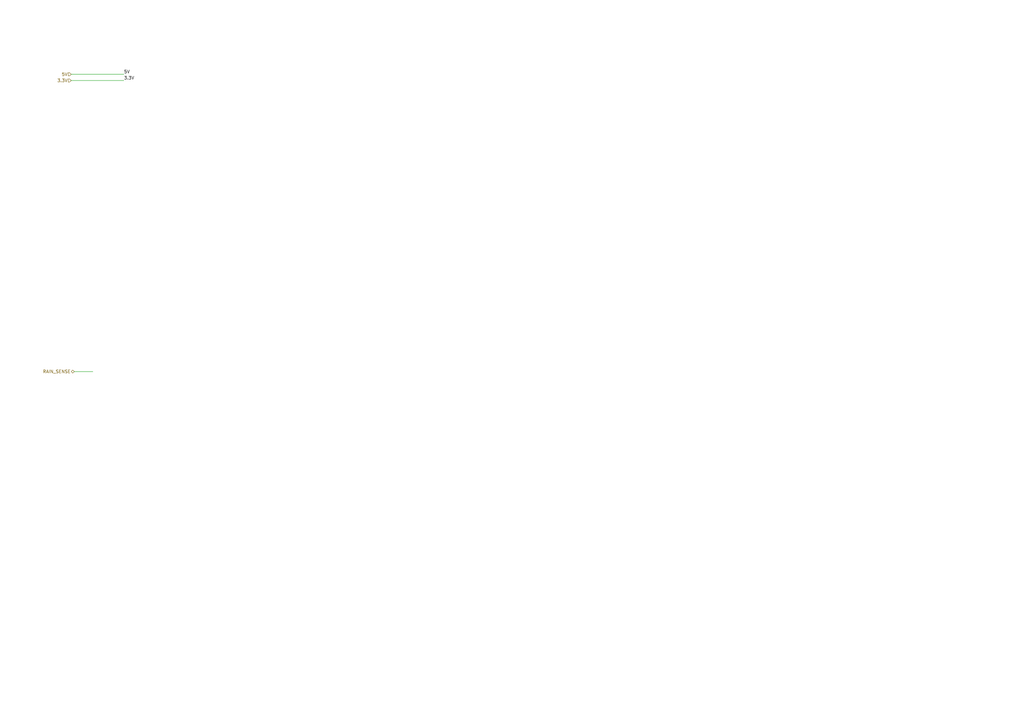
<source format=kicad_sch>
(kicad_sch
	(version 20231120)
	(generator "eeschema")
	(generator_version "8.0")
	(uuid "cd3a3d0a-5d09-4bbe-8c89-7d42c3a13a97")
	(paper "A3")
	(lib_symbols)
	(wire
		(pts
			(xy 29.21 30.48) (xy 50.8 30.48)
		)
		(stroke
			(width 0)
			(type default)
		)
		(uuid "2ec6ca1a-cba4-46f9-bb20-e2126b236d2a")
	)
	(wire
		(pts
			(xy 29.21 33.02) (xy 50.8 33.02)
		)
		(stroke
			(width 0)
			(type default)
		)
		(uuid "3c7c5266-047e-4759-be08-64a49cf686b6")
	)
	(wire
		(pts
			(xy 30.48 152.4) (xy 38.1 152.4)
		)
		(stroke
			(width 0)
			(type default)
		)
		(uuid "7ee38274-08c1-42e8-9025-40f45084a890")
	)
	(label "5V"
		(at 50.8 30.48 0)
		(fields_autoplaced yes)
		(effects
			(font
				(size 1.27 1.27)
			)
			(justify left bottom)
		)
		(uuid "1ccad45b-ee4a-4b98-8467-65e54d0d0d2f")
	)
	(label "3.3V"
		(at 50.8 33.02 0)
		(fields_autoplaced yes)
		(effects
			(font
				(size 1.27 1.27)
			)
			(justify left bottom)
		)
		(uuid "5e3be7ee-1abf-46e8-a5d0-c30f38cff7f9")
	)
	(hierarchical_label "RAIN_SENSE"
		(shape bidirectional)
		(at 30.48 152.4 180)
		(fields_autoplaced yes)
		(effects
			(font
				(size 1.27 1.27)
			)
			(justify right)
		)
		(uuid "362d5770-6977-4beb-b583-8dbdf09d9e7b")
	)
	(hierarchical_label "3.3V"
		(shape input)
		(at 29.21 33.02 180)
		(fields_autoplaced yes)
		(effects
			(font
				(size 1.27 1.27)
			)
			(justify right)
		)
		(uuid "6f0a8d29-97f6-40b9-a710-e3cfe777f52e")
	)
	(hierarchical_label "5V"
		(shape input)
		(at 29.21 30.48 180)
		(fields_autoplaced yes)
		(effects
			(font
				(size 1.27 1.27)
			)
			(justify right)
		)
		(uuid "ee6afec4-8070-4a5b-a6f5-c3f4b0ecd838")
	)
)

</source>
